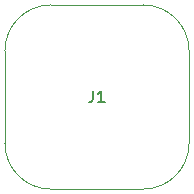
<source format=gbr>
%TF.GenerationSoftware,KiCad,Pcbnew,4.0.5-e0-6337~49~ubuntu16.04.1*%
%TF.CreationDate,2017-01-18T22:32:57-08:00*%
%TF.ProjectId,2x2-Generic-3.5mm-Pitch,3278322D47656E657269632D332E356D,1.0*%
%TF.FileFunction,Other,Fab,Top*%
%FSLAX46Y46*%
G04 Gerber Fmt 4.6, Leading zero omitted, Abs format (unit mm)*
G04 Created by KiCad (PCBNEW 4.0.5-e0-6337~49~ubuntu16.04.1) date Wed Jan 18 22:32:57 2017*
%MOMM*%
%LPD*%
G01*
G04 APERTURE LIST*
%ADD10C,0.350000*%
%ADD11C,0.040640*%
%ADD12C,0.150000*%
G04 APERTURE END LIST*
D10*
D11*
X152045000Y-87260000D02*
X144245000Y-87260000D01*
X152045000Y-102860000D02*
X144245000Y-102860000D01*
X155945000Y-98960000D02*
X155945000Y-91160000D01*
X140345000Y-98960000D02*
X140345000Y-91160000D01*
X155945000Y-91160000D02*
G75*
G03X152045000Y-87260000I-3900000J0D01*
G01*
X152045000Y-102860000D02*
G75*
G03X155945000Y-98960000I0J3900000D01*
G01*
X140345000Y-98960000D02*
G75*
G03X144245000Y-102860000I3900000J0D01*
G01*
X144245000Y-87260000D02*
G75*
G03X140345000Y-91160000I0J-3900000D01*
G01*
D12*
X147811667Y-94512381D02*
X147811667Y-95226667D01*
X147764047Y-95369524D01*
X147668809Y-95464762D01*
X147525952Y-95512381D01*
X147430714Y-95512381D01*
X148811667Y-95512381D02*
X148240238Y-95512381D01*
X148525952Y-95512381D02*
X148525952Y-94512381D01*
X148430714Y-94655238D01*
X148335476Y-94750476D01*
X148240238Y-94798095D01*
M02*

</source>
